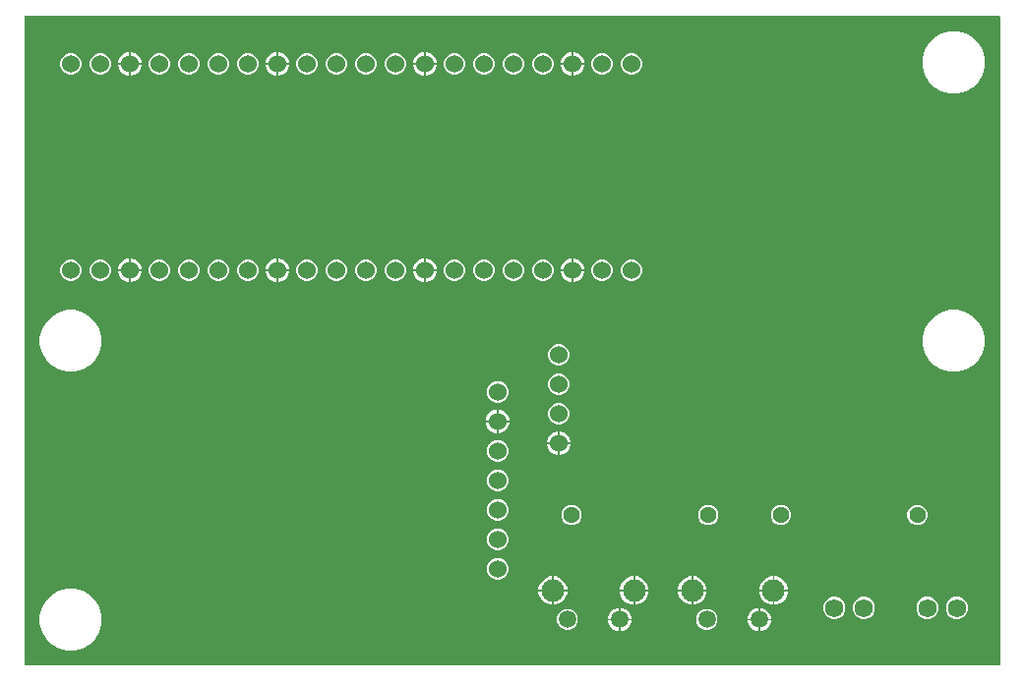
<source format=gbr>
G04 EAGLE Gerber RS-274X export*
G75*
%MOMM*%
%FSLAX34Y34*%
%LPD*%
%INBottom Copper*%
%IPPOS*%
%AMOC8*
5,1,8,0,0,1.08239X$1,22.5*%
G01*
G04 Define Apertures*
%ADD10C,1.508000*%
%ADD11C,1.950000*%
%ADD12C,1.530000*%
%ADD13C,1.430000*%
%ADD14C,1.581000*%
G36*
X849375Y10220D02*
X849625Y10392D01*
X849789Y10647D01*
X849840Y10922D01*
X849840Y569078D01*
X849780Y569375D01*
X849608Y569625D01*
X849353Y569789D01*
X849078Y569840D01*
X10922Y569840D01*
X10625Y569780D01*
X10375Y569608D01*
X10211Y569353D01*
X10160Y569078D01*
X10160Y10922D01*
X10220Y10625D01*
X10392Y10375D01*
X10647Y10211D01*
X10922Y10160D01*
X849078Y10160D01*
X849375Y10220D01*
G37*
%LPC*%
G36*
X806490Y503340D02*
X799710Y505157D01*
X793630Y508667D01*
X788667Y513630D01*
X785157Y519710D01*
X783340Y526490D01*
X783340Y533510D01*
X785157Y540290D01*
X788667Y546370D01*
X793630Y551333D01*
X799710Y554843D01*
X806490Y556660D01*
X813510Y556660D01*
X820290Y554843D01*
X826370Y551333D01*
X831333Y546370D01*
X834843Y540290D01*
X836660Y533510D01*
X836660Y526490D01*
X834843Y519710D01*
X831333Y513630D01*
X826370Y508667D01*
X820290Y505157D01*
X813510Y503340D01*
X806490Y503340D01*
G37*
G36*
X471610Y529662D02*
X471610Y530927D01*
X473161Y534672D01*
X476028Y537539D01*
X479773Y539090D01*
X481038Y539090D01*
X481038Y529662D01*
X471610Y529662D01*
G37*
G36*
X344610Y529662D02*
X344610Y530927D01*
X346161Y534672D01*
X349028Y537539D01*
X352773Y539090D01*
X354038Y539090D01*
X354038Y529662D01*
X344610Y529662D01*
G37*
G36*
X217610Y529662D02*
X217610Y530927D01*
X219161Y534672D01*
X222028Y537539D01*
X225773Y539090D01*
X227038Y539090D01*
X227038Y529662D01*
X217610Y529662D01*
G37*
G36*
X90610Y529662D02*
X90610Y530927D01*
X92161Y534672D01*
X95028Y537539D01*
X98773Y539090D01*
X100038Y539090D01*
X100038Y529662D01*
X90610Y529662D01*
G37*
G36*
X101562Y529662D02*
X101562Y539090D01*
X102827Y539090D01*
X106572Y537539D01*
X109439Y534672D01*
X110990Y530927D01*
X110990Y529662D01*
X101562Y529662D01*
G37*
G36*
X228562Y529662D02*
X228562Y539090D01*
X229827Y539090D01*
X233572Y537539D01*
X236439Y534672D01*
X237990Y530927D01*
X237990Y529662D01*
X228562Y529662D01*
G37*
G36*
X355562Y529662D02*
X355562Y539090D01*
X356827Y539090D01*
X360572Y537539D01*
X363439Y534672D01*
X364990Y530927D01*
X364990Y529662D01*
X355562Y529662D01*
G37*
G36*
X482562Y529662D02*
X482562Y539090D01*
X483827Y539090D01*
X487572Y537539D01*
X490439Y534672D01*
X491990Y530927D01*
X491990Y529662D01*
X482562Y529662D01*
G37*
G36*
X530775Y519726D02*
X527403Y521123D01*
X524823Y523703D01*
X523426Y527075D01*
X523426Y530725D01*
X524823Y534097D01*
X527403Y536677D01*
X530775Y538074D01*
X534425Y538074D01*
X537797Y536677D01*
X540377Y534097D01*
X541774Y530725D01*
X541774Y527075D01*
X540377Y523703D01*
X537797Y521123D01*
X534425Y519726D01*
X530775Y519726D01*
G37*
G36*
X505375Y519726D02*
X502003Y521123D01*
X499423Y523703D01*
X498026Y527075D01*
X498026Y530725D01*
X499423Y534097D01*
X502003Y536677D01*
X505375Y538074D01*
X509025Y538074D01*
X512397Y536677D01*
X514977Y534097D01*
X516374Y530725D01*
X516374Y527075D01*
X514977Y523703D01*
X512397Y521123D01*
X509025Y519726D01*
X505375Y519726D01*
G37*
G36*
X454575Y519726D02*
X451203Y521123D01*
X448623Y523703D01*
X447226Y527075D01*
X447226Y530725D01*
X448623Y534097D01*
X451203Y536677D01*
X454575Y538074D01*
X458225Y538074D01*
X461597Y536677D01*
X464177Y534097D01*
X465574Y530725D01*
X465574Y527075D01*
X464177Y523703D01*
X461597Y521123D01*
X458225Y519726D01*
X454575Y519726D01*
G37*
G36*
X429175Y519726D02*
X425803Y521123D01*
X423223Y523703D01*
X421826Y527075D01*
X421826Y530725D01*
X423223Y534097D01*
X425803Y536677D01*
X429175Y538074D01*
X432825Y538074D01*
X436197Y536677D01*
X438777Y534097D01*
X440174Y530725D01*
X440174Y527075D01*
X438777Y523703D01*
X436197Y521123D01*
X432825Y519726D01*
X429175Y519726D01*
G37*
G36*
X403775Y519726D02*
X400403Y521123D01*
X397823Y523703D01*
X396426Y527075D01*
X396426Y530725D01*
X397823Y534097D01*
X400403Y536677D01*
X403775Y538074D01*
X407425Y538074D01*
X410797Y536677D01*
X413377Y534097D01*
X414774Y530725D01*
X414774Y527075D01*
X413377Y523703D01*
X410797Y521123D01*
X407425Y519726D01*
X403775Y519726D01*
G37*
G36*
X378375Y519726D02*
X375003Y521123D01*
X372423Y523703D01*
X371026Y527075D01*
X371026Y530725D01*
X372423Y534097D01*
X375003Y536677D01*
X378375Y538074D01*
X382025Y538074D01*
X385397Y536677D01*
X387977Y534097D01*
X389374Y530725D01*
X389374Y527075D01*
X387977Y523703D01*
X385397Y521123D01*
X382025Y519726D01*
X378375Y519726D01*
G37*
G36*
X327575Y519726D02*
X324203Y521123D01*
X321623Y523703D01*
X320226Y527075D01*
X320226Y530725D01*
X321623Y534097D01*
X324203Y536677D01*
X327575Y538074D01*
X331225Y538074D01*
X334597Y536677D01*
X337177Y534097D01*
X338574Y530725D01*
X338574Y527075D01*
X337177Y523703D01*
X334597Y521123D01*
X331225Y519726D01*
X327575Y519726D01*
G37*
G36*
X302175Y519726D02*
X298803Y521123D01*
X296223Y523703D01*
X294826Y527075D01*
X294826Y530725D01*
X296223Y534097D01*
X298803Y536677D01*
X302175Y538074D01*
X305825Y538074D01*
X309197Y536677D01*
X311777Y534097D01*
X313174Y530725D01*
X313174Y527075D01*
X311777Y523703D01*
X309197Y521123D01*
X305825Y519726D01*
X302175Y519726D01*
G37*
G36*
X276775Y519726D02*
X273403Y521123D01*
X270823Y523703D01*
X269426Y527075D01*
X269426Y530725D01*
X270823Y534097D01*
X273403Y536677D01*
X276775Y538074D01*
X280425Y538074D01*
X283797Y536677D01*
X286377Y534097D01*
X287774Y530725D01*
X287774Y527075D01*
X286377Y523703D01*
X283797Y521123D01*
X280425Y519726D01*
X276775Y519726D01*
G37*
G36*
X251375Y519726D02*
X248003Y521123D01*
X245423Y523703D01*
X244026Y527075D01*
X244026Y530725D01*
X245423Y534097D01*
X248003Y536677D01*
X251375Y538074D01*
X255025Y538074D01*
X258397Y536677D01*
X260977Y534097D01*
X262374Y530725D01*
X262374Y527075D01*
X260977Y523703D01*
X258397Y521123D01*
X255025Y519726D01*
X251375Y519726D01*
G37*
G36*
X200575Y519726D02*
X197203Y521123D01*
X194623Y523703D01*
X193226Y527075D01*
X193226Y530725D01*
X194623Y534097D01*
X197203Y536677D01*
X200575Y538074D01*
X204225Y538074D01*
X207597Y536677D01*
X210177Y534097D01*
X211574Y530725D01*
X211574Y527075D01*
X210177Y523703D01*
X207597Y521123D01*
X204225Y519726D01*
X200575Y519726D01*
G37*
G36*
X175175Y519726D02*
X171803Y521123D01*
X169223Y523703D01*
X167826Y527075D01*
X167826Y530725D01*
X169223Y534097D01*
X171803Y536677D01*
X175175Y538074D01*
X178825Y538074D01*
X182197Y536677D01*
X184777Y534097D01*
X186174Y530725D01*
X186174Y527075D01*
X184777Y523703D01*
X182197Y521123D01*
X178825Y519726D01*
X175175Y519726D01*
G37*
G36*
X149775Y519726D02*
X146403Y521123D01*
X143823Y523703D01*
X142426Y527075D01*
X142426Y530725D01*
X143823Y534097D01*
X146403Y536677D01*
X149775Y538074D01*
X153425Y538074D01*
X156797Y536677D01*
X159377Y534097D01*
X160774Y530725D01*
X160774Y527075D01*
X159377Y523703D01*
X156797Y521123D01*
X153425Y519726D01*
X149775Y519726D01*
G37*
G36*
X124375Y519726D02*
X121003Y521123D01*
X118423Y523703D01*
X117026Y527075D01*
X117026Y530725D01*
X118423Y534097D01*
X121003Y536677D01*
X124375Y538074D01*
X128025Y538074D01*
X131397Y536677D01*
X133977Y534097D01*
X135374Y530725D01*
X135374Y527075D01*
X133977Y523703D01*
X131397Y521123D01*
X128025Y519726D01*
X124375Y519726D01*
G37*
G36*
X73575Y519726D02*
X70203Y521123D01*
X67623Y523703D01*
X66226Y527075D01*
X66226Y530725D01*
X67623Y534097D01*
X70203Y536677D01*
X73575Y538074D01*
X77225Y538074D01*
X80597Y536677D01*
X83177Y534097D01*
X84574Y530725D01*
X84574Y527075D01*
X83177Y523703D01*
X80597Y521123D01*
X77225Y519726D01*
X73575Y519726D01*
G37*
G36*
X48175Y519726D02*
X44803Y521123D01*
X42223Y523703D01*
X40826Y527075D01*
X40826Y530725D01*
X42223Y534097D01*
X44803Y536677D01*
X48175Y538074D01*
X51825Y538074D01*
X55197Y536677D01*
X57777Y534097D01*
X59174Y530725D01*
X59174Y527075D01*
X57777Y523703D01*
X55197Y521123D01*
X51825Y519726D01*
X48175Y519726D01*
G37*
G36*
X482562Y518710D02*
X482562Y528138D01*
X491990Y528138D01*
X491990Y526873D01*
X490439Y523128D01*
X487572Y520261D01*
X483827Y518710D01*
X482562Y518710D01*
G37*
G36*
X479773Y518710D02*
X476028Y520261D01*
X473161Y523128D01*
X471610Y526873D01*
X471610Y528138D01*
X481038Y528138D01*
X481038Y518710D01*
X479773Y518710D01*
G37*
G36*
X355562Y518710D02*
X355562Y528138D01*
X364990Y528138D01*
X364990Y526873D01*
X363439Y523128D01*
X360572Y520261D01*
X356827Y518710D01*
X355562Y518710D01*
G37*
G36*
X352773Y518710D02*
X349028Y520261D01*
X346161Y523128D01*
X344610Y526873D01*
X344610Y528138D01*
X354038Y528138D01*
X354038Y518710D01*
X352773Y518710D01*
G37*
G36*
X228562Y518710D02*
X228562Y528138D01*
X237990Y528138D01*
X237990Y526873D01*
X236439Y523128D01*
X233572Y520261D01*
X229827Y518710D01*
X228562Y518710D01*
G37*
G36*
X225773Y518710D02*
X222028Y520261D01*
X219161Y523128D01*
X217610Y526873D01*
X217610Y528138D01*
X227038Y528138D01*
X227038Y518710D01*
X225773Y518710D01*
G37*
G36*
X101562Y518710D02*
X101562Y528138D01*
X110990Y528138D01*
X110990Y526873D01*
X109439Y523128D01*
X106572Y520261D01*
X102827Y518710D01*
X101562Y518710D01*
G37*
G36*
X98773Y518710D02*
X95028Y520261D01*
X92161Y523128D01*
X90610Y526873D01*
X90610Y528138D01*
X100038Y528138D01*
X100038Y518710D01*
X98773Y518710D01*
G37*
G36*
X90610Y351862D02*
X90610Y353127D01*
X92161Y356872D01*
X95028Y359739D01*
X98773Y361290D01*
X100038Y361290D01*
X100038Y351862D01*
X90610Y351862D01*
G37*
G36*
X217610Y351862D02*
X217610Y353127D01*
X219161Y356872D01*
X222028Y359739D01*
X225773Y361290D01*
X227038Y361290D01*
X227038Y351862D01*
X217610Y351862D01*
G37*
G36*
X344610Y351862D02*
X344610Y353127D01*
X346161Y356872D01*
X349028Y359739D01*
X352773Y361290D01*
X354038Y361290D01*
X354038Y351862D01*
X344610Y351862D01*
G37*
G36*
X471610Y351862D02*
X471610Y353127D01*
X473161Y356872D01*
X476028Y359739D01*
X479773Y361290D01*
X481038Y361290D01*
X481038Y351862D01*
X471610Y351862D01*
G37*
G36*
X482562Y351862D02*
X482562Y361290D01*
X483827Y361290D01*
X487572Y359739D01*
X490439Y356872D01*
X491990Y353127D01*
X491990Y351862D01*
X482562Y351862D01*
G37*
G36*
X355562Y351862D02*
X355562Y361290D01*
X356827Y361290D01*
X360572Y359739D01*
X363439Y356872D01*
X364990Y353127D01*
X364990Y351862D01*
X355562Y351862D01*
G37*
G36*
X228562Y351862D02*
X228562Y361290D01*
X229827Y361290D01*
X233572Y359739D01*
X236439Y356872D01*
X237990Y353127D01*
X237990Y351862D01*
X228562Y351862D01*
G37*
G36*
X101562Y351862D02*
X101562Y361290D01*
X102827Y361290D01*
X106572Y359739D01*
X109439Y356872D01*
X110990Y353127D01*
X110990Y351862D01*
X101562Y351862D01*
G37*
G36*
X403775Y341926D02*
X400403Y343323D01*
X397823Y345903D01*
X396426Y349275D01*
X396426Y352925D01*
X397823Y356297D01*
X400403Y358877D01*
X403775Y360274D01*
X407425Y360274D01*
X410797Y358877D01*
X413377Y356297D01*
X414774Y352925D01*
X414774Y349275D01*
X413377Y345903D01*
X410797Y343323D01*
X407425Y341926D01*
X403775Y341926D01*
G37*
G36*
X378375Y341926D02*
X375003Y343323D01*
X372423Y345903D01*
X371026Y349275D01*
X371026Y352925D01*
X372423Y356297D01*
X375003Y358877D01*
X378375Y360274D01*
X382025Y360274D01*
X385397Y358877D01*
X387977Y356297D01*
X389374Y352925D01*
X389374Y349275D01*
X387977Y345903D01*
X385397Y343323D01*
X382025Y341926D01*
X378375Y341926D01*
G37*
G36*
X327575Y341926D02*
X324203Y343323D01*
X321623Y345903D01*
X320226Y349275D01*
X320226Y352925D01*
X321623Y356297D01*
X324203Y358877D01*
X327575Y360274D01*
X331225Y360274D01*
X334597Y358877D01*
X337177Y356297D01*
X338574Y352925D01*
X338574Y349275D01*
X337177Y345903D01*
X334597Y343323D01*
X331225Y341926D01*
X327575Y341926D01*
G37*
G36*
X302175Y341926D02*
X298803Y343323D01*
X296223Y345903D01*
X294826Y349275D01*
X294826Y352925D01*
X296223Y356297D01*
X298803Y358877D01*
X302175Y360274D01*
X305825Y360274D01*
X309197Y358877D01*
X311777Y356297D01*
X313174Y352925D01*
X313174Y349275D01*
X311777Y345903D01*
X309197Y343323D01*
X305825Y341926D01*
X302175Y341926D01*
G37*
G36*
X276775Y341926D02*
X273403Y343323D01*
X270823Y345903D01*
X269426Y349275D01*
X269426Y352925D01*
X270823Y356297D01*
X273403Y358877D01*
X276775Y360274D01*
X280425Y360274D01*
X283797Y358877D01*
X286377Y356297D01*
X287774Y352925D01*
X287774Y349275D01*
X286377Y345903D01*
X283797Y343323D01*
X280425Y341926D01*
X276775Y341926D01*
G37*
G36*
X251375Y341926D02*
X248003Y343323D01*
X245423Y345903D01*
X244026Y349275D01*
X244026Y352925D01*
X245423Y356297D01*
X248003Y358877D01*
X251375Y360274D01*
X255025Y360274D01*
X258397Y358877D01*
X260977Y356297D01*
X262374Y352925D01*
X262374Y349275D01*
X260977Y345903D01*
X258397Y343323D01*
X255025Y341926D01*
X251375Y341926D01*
G37*
G36*
X200575Y341926D02*
X197203Y343323D01*
X194623Y345903D01*
X193226Y349275D01*
X193226Y352925D01*
X194623Y356297D01*
X197203Y358877D01*
X200575Y360274D01*
X204225Y360274D01*
X207597Y358877D01*
X210177Y356297D01*
X211574Y352925D01*
X211574Y349275D01*
X210177Y345903D01*
X207597Y343323D01*
X204225Y341926D01*
X200575Y341926D01*
G37*
G36*
X175175Y341926D02*
X171803Y343323D01*
X169223Y345903D01*
X167826Y349275D01*
X167826Y352925D01*
X169223Y356297D01*
X171803Y358877D01*
X175175Y360274D01*
X178825Y360274D01*
X182197Y358877D01*
X184777Y356297D01*
X186174Y352925D01*
X186174Y349275D01*
X184777Y345903D01*
X182197Y343323D01*
X178825Y341926D01*
X175175Y341926D01*
G37*
G36*
X149775Y341926D02*
X146403Y343323D01*
X143823Y345903D01*
X142426Y349275D01*
X142426Y352925D01*
X143823Y356297D01*
X146403Y358877D01*
X149775Y360274D01*
X153425Y360274D01*
X156797Y358877D01*
X159377Y356297D01*
X160774Y352925D01*
X160774Y349275D01*
X159377Y345903D01*
X156797Y343323D01*
X153425Y341926D01*
X149775Y341926D01*
G37*
G36*
X73575Y341926D02*
X70203Y343323D01*
X67623Y345903D01*
X66226Y349275D01*
X66226Y352925D01*
X67623Y356297D01*
X70203Y358877D01*
X73575Y360274D01*
X77225Y360274D01*
X80597Y358877D01*
X83177Y356297D01*
X84574Y352925D01*
X84574Y349275D01*
X83177Y345903D01*
X80597Y343323D01*
X77225Y341926D01*
X73575Y341926D01*
G37*
G36*
X48175Y341926D02*
X44803Y343323D01*
X42223Y345903D01*
X40826Y349275D01*
X40826Y352925D01*
X42223Y356297D01*
X44803Y358877D01*
X48175Y360274D01*
X51825Y360274D01*
X55197Y358877D01*
X57777Y356297D01*
X59174Y352925D01*
X59174Y349275D01*
X57777Y345903D01*
X55197Y343323D01*
X51825Y341926D01*
X48175Y341926D01*
G37*
G36*
X505375Y341926D02*
X502003Y343323D01*
X499423Y345903D01*
X498026Y349275D01*
X498026Y352925D01*
X499423Y356297D01*
X502003Y358877D01*
X505375Y360274D01*
X509025Y360274D01*
X512397Y358877D01*
X514977Y356297D01*
X516374Y352925D01*
X516374Y349275D01*
X514977Y345903D01*
X512397Y343323D01*
X509025Y341926D01*
X505375Y341926D01*
G37*
G36*
X530775Y341926D02*
X527403Y343323D01*
X524823Y345903D01*
X523426Y349275D01*
X523426Y352925D01*
X524823Y356297D01*
X527403Y358877D01*
X530775Y360274D01*
X534425Y360274D01*
X537797Y358877D01*
X540377Y356297D01*
X541774Y352925D01*
X541774Y349275D01*
X540377Y345903D01*
X537797Y343323D01*
X534425Y341926D01*
X530775Y341926D01*
G37*
G36*
X454575Y341926D02*
X451203Y343323D01*
X448623Y345903D01*
X447226Y349275D01*
X447226Y352925D01*
X448623Y356297D01*
X451203Y358877D01*
X454575Y360274D01*
X458225Y360274D01*
X461597Y358877D01*
X464177Y356297D01*
X465574Y352925D01*
X465574Y349275D01*
X464177Y345903D01*
X461597Y343323D01*
X458225Y341926D01*
X454575Y341926D01*
G37*
G36*
X429175Y341926D02*
X425803Y343323D01*
X423223Y345903D01*
X421826Y349275D01*
X421826Y352925D01*
X423223Y356297D01*
X425803Y358877D01*
X429175Y360274D01*
X432825Y360274D01*
X436197Y358877D01*
X438777Y356297D01*
X440174Y352925D01*
X440174Y349275D01*
X438777Y345903D01*
X436197Y343323D01*
X432825Y341926D01*
X429175Y341926D01*
G37*
G36*
X124375Y341926D02*
X121003Y343323D01*
X118423Y345903D01*
X117026Y349275D01*
X117026Y352925D01*
X118423Y356297D01*
X121003Y358877D01*
X124375Y360274D01*
X128025Y360274D01*
X131397Y358877D01*
X133977Y356297D01*
X135374Y352925D01*
X135374Y349275D01*
X133977Y345903D01*
X131397Y343323D01*
X128025Y341926D01*
X124375Y341926D01*
G37*
G36*
X482562Y340910D02*
X482562Y350338D01*
X491990Y350338D01*
X491990Y349073D01*
X490439Y345328D01*
X487572Y342461D01*
X483827Y340910D01*
X482562Y340910D01*
G37*
G36*
X479773Y340910D02*
X476028Y342461D01*
X473161Y345328D01*
X471610Y349073D01*
X471610Y350338D01*
X481038Y350338D01*
X481038Y340910D01*
X479773Y340910D01*
G37*
G36*
X355562Y340910D02*
X355562Y350338D01*
X364990Y350338D01*
X364990Y349073D01*
X363439Y345328D01*
X360572Y342461D01*
X356827Y340910D01*
X355562Y340910D01*
G37*
G36*
X352773Y340910D02*
X349028Y342461D01*
X346161Y345328D01*
X344610Y349073D01*
X344610Y350338D01*
X354038Y350338D01*
X354038Y340910D01*
X352773Y340910D01*
G37*
G36*
X228562Y340910D02*
X228562Y350338D01*
X237990Y350338D01*
X237990Y349073D01*
X236439Y345328D01*
X233572Y342461D01*
X229827Y340910D01*
X228562Y340910D01*
G37*
G36*
X225773Y340910D02*
X222028Y342461D01*
X219161Y345328D01*
X217610Y349073D01*
X217610Y350338D01*
X227038Y350338D01*
X227038Y340910D01*
X225773Y340910D01*
G37*
G36*
X101562Y340910D02*
X101562Y350338D01*
X110990Y350338D01*
X110990Y349073D01*
X109439Y345328D01*
X106572Y342461D01*
X102827Y340910D01*
X101562Y340910D01*
G37*
G36*
X98773Y340910D02*
X95028Y342461D01*
X92161Y345328D01*
X90610Y349073D01*
X90610Y350338D01*
X100038Y350338D01*
X100038Y340910D01*
X98773Y340910D01*
G37*
G36*
X806490Y263340D02*
X799710Y265157D01*
X793630Y268667D01*
X788667Y273630D01*
X785157Y279710D01*
X783340Y286490D01*
X783340Y293510D01*
X785157Y300290D01*
X788667Y306370D01*
X793630Y311333D01*
X799710Y314843D01*
X806490Y316660D01*
X813510Y316660D01*
X820290Y314843D01*
X826370Y311333D01*
X831333Y306370D01*
X834843Y300290D01*
X836660Y293510D01*
X836660Y286490D01*
X834843Y279710D01*
X831333Y273630D01*
X826370Y268667D01*
X820290Y265157D01*
X813510Y263340D01*
X806490Y263340D01*
G37*
G36*
X46490Y263340D02*
X39710Y265157D01*
X33630Y268667D01*
X28667Y273630D01*
X25157Y279710D01*
X23340Y286490D01*
X23340Y293510D01*
X25157Y300290D01*
X28667Y306370D01*
X33630Y311333D01*
X39710Y314843D01*
X46490Y316660D01*
X53510Y316660D01*
X60290Y314843D01*
X66370Y311333D01*
X71333Y306370D01*
X74843Y300290D01*
X76660Y293510D01*
X76660Y286490D01*
X74843Y279710D01*
X71333Y273630D01*
X66370Y268667D01*
X60290Y265157D01*
X53510Y263340D01*
X46490Y263340D01*
G37*
G36*
X468175Y268926D02*
X464803Y270323D01*
X462223Y272903D01*
X460826Y276275D01*
X460826Y279925D01*
X462223Y283297D01*
X464803Y285877D01*
X468175Y287274D01*
X471825Y287274D01*
X475197Y285877D01*
X477777Y283297D01*
X479174Y279925D01*
X479174Y276275D01*
X477777Y272903D01*
X475197Y270323D01*
X471825Y268926D01*
X468175Y268926D01*
G37*
G36*
X468175Y243526D02*
X464803Y244923D01*
X462223Y247503D01*
X460826Y250875D01*
X460826Y254525D01*
X462223Y257897D01*
X464803Y260477D01*
X468175Y261874D01*
X471825Y261874D01*
X475197Y260477D01*
X477777Y257897D01*
X479174Y254525D01*
X479174Y250875D01*
X477777Y247503D01*
X475197Y244923D01*
X471825Y243526D01*
X468175Y243526D01*
G37*
G36*
X415475Y237026D02*
X412103Y238423D01*
X409523Y241003D01*
X408126Y244375D01*
X408126Y248025D01*
X409523Y251397D01*
X412103Y253977D01*
X415475Y255374D01*
X419125Y255374D01*
X422497Y253977D01*
X425077Y251397D01*
X426474Y248025D01*
X426474Y244375D01*
X425077Y241003D01*
X422497Y238423D01*
X419125Y237026D01*
X415475Y237026D01*
G37*
G36*
X468175Y218126D02*
X464803Y219523D01*
X462223Y222103D01*
X460826Y225475D01*
X460826Y229125D01*
X462223Y232497D01*
X464803Y235077D01*
X468175Y236474D01*
X471825Y236474D01*
X475197Y235077D01*
X477777Y232497D01*
X479174Y229125D01*
X479174Y225475D01*
X477777Y222103D01*
X475197Y219523D01*
X471825Y218126D01*
X468175Y218126D01*
G37*
G36*
X407110Y221562D02*
X407110Y222827D01*
X408661Y226572D01*
X411528Y229439D01*
X415273Y230990D01*
X416538Y230990D01*
X416538Y221562D01*
X407110Y221562D01*
G37*
G36*
X418062Y221562D02*
X418062Y230990D01*
X419327Y230990D01*
X423072Y229439D01*
X425939Y226572D01*
X427490Y222827D01*
X427490Y221562D01*
X418062Y221562D01*
G37*
G36*
X418062Y210610D02*
X418062Y220038D01*
X427490Y220038D01*
X427490Y218773D01*
X425939Y215028D01*
X423072Y212161D01*
X419327Y210610D01*
X418062Y210610D01*
G37*
G36*
X415273Y210610D02*
X411528Y212161D01*
X408661Y215028D01*
X407110Y218773D01*
X407110Y220038D01*
X416538Y220038D01*
X416538Y210610D01*
X415273Y210610D01*
G37*
G36*
X459810Y202662D02*
X459810Y203927D01*
X461361Y207672D01*
X464228Y210539D01*
X467973Y212090D01*
X469238Y212090D01*
X469238Y202662D01*
X459810Y202662D01*
G37*
G36*
X470762Y202662D02*
X470762Y212090D01*
X472027Y212090D01*
X475772Y210539D01*
X478639Y207672D01*
X480190Y203927D01*
X480190Y202662D01*
X470762Y202662D01*
G37*
G36*
X415475Y186226D02*
X412103Y187623D01*
X409523Y190203D01*
X408126Y193575D01*
X408126Y197225D01*
X409523Y200597D01*
X412103Y203177D01*
X415475Y204574D01*
X419125Y204574D01*
X422497Y203177D01*
X425077Y200597D01*
X426474Y197225D01*
X426474Y193575D01*
X425077Y190203D01*
X422497Y187623D01*
X419125Y186226D01*
X415475Y186226D01*
G37*
G36*
X470762Y191710D02*
X470762Y201138D01*
X480190Y201138D01*
X480190Y199873D01*
X478639Y196128D01*
X475772Y193261D01*
X472027Y191710D01*
X470762Y191710D01*
G37*
G36*
X467973Y191710D02*
X464228Y193261D01*
X461361Y196128D01*
X459810Y199873D01*
X459810Y201138D01*
X469238Y201138D01*
X469238Y191710D01*
X467973Y191710D01*
G37*
G36*
X415475Y160826D02*
X412103Y162223D01*
X409523Y164803D01*
X408126Y168175D01*
X408126Y171825D01*
X409523Y175197D01*
X412103Y177777D01*
X415475Y179174D01*
X419125Y179174D01*
X422497Y177777D01*
X425077Y175197D01*
X426474Y171825D01*
X426474Y168175D01*
X425077Y164803D01*
X422497Y162223D01*
X419125Y160826D01*
X415475Y160826D01*
G37*
G36*
X415475Y135426D02*
X412103Y136823D01*
X409523Y139403D01*
X408126Y142775D01*
X408126Y146425D01*
X409523Y149797D01*
X412103Y152377D01*
X415475Y153774D01*
X419125Y153774D01*
X422497Y152377D01*
X425077Y149797D01*
X426474Y146425D01*
X426474Y142775D01*
X425077Y139403D01*
X422497Y136823D01*
X419125Y135426D01*
X415475Y135426D01*
G37*
G36*
X777075Y131326D02*
X773887Y132647D01*
X771447Y135087D01*
X770126Y138275D01*
X770126Y141725D01*
X771447Y144913D01*
X773887Y147353D01*
X777075Y148674D01*
X780525Y148674D01*
X783713Y147353D01*
X786153Y144913D01*
X787474Y141725D01*
X787474Y138275D01*
X786153Y135087D01*
X783713Y132647D01*
X780525Y131326D01*
X777075Y131326D01*
G37*
G36*
X659475Y131326D02*
X656287Y132647D01*
X653847Y135087D01*
X652526Y138275D01*
X652526Y141725D01*
X653847Y144913D01*
X656287Y147353D01*
X659475Y148674D01*
X662925Y148674D01*
X666113Y147353D01*
X668553Y144913D01*
X669874Y141725D01*
X669874Y138275D01*
X668553Y135087D01*
X666113Y132647D01*
X662925Y131326D01*
X659475Y131326D01*
G37*
G36*
X597075Y131326D02*
X593887Y132647D01*
X591447Y135087D01*
X590126Y138275D01*
X590126Y141725D01*
X591447Y144913D01*
X593887Y147353D01*
X597075Y148674D01*
X600525Y148674D01*
X603713Y147353D01*
X606153Y144913D01*
X607474Y141725D01*
X607474Y138275D01*
X606153Y135087D01*
X603713Y132647D01*
X600525Y131326D01*
X597075Y131326D01*
G37*
G36*
X479475Y131326D02*
X476287Y132647D01*
X473847Y135087D01*
X472526Y138275D01*
X472526Y141725D01*
X473847Y144913D01*
X476287Y147353D01*
X479475Y148674D01*
X482925Y148674D01*
X486113Y147353D01*
X488553Y144913D01*
X489874Y141725D01*
X489874Y138275D01*
X488553Y135087D01*
X486113Y132647D01*
X482925Y131326D01*
X479475Y131326D01*
G37*
G36*
X415475Y110026D02*
X412103Y111423D01*
X409523Y114003D01*
X408126Y117375D01*
X408126Y121025D01*
X409523Y124397D01*
X412103Y126977D01*
X415475Y128374D01*
X419125Y128374D01*
X422497Y126977D01*
X425077Y124397D01*
X426474Y121025D01*
X426474Y117375D01*
X425077Y114003D01*
X422497Y111423D01*
X419125Y110026D01*
X415475Y110026D01*
G37*
G36*
X415475Y84626D02*
X412103Y86023D01*
X409523Y88603D01*
X408126Y91975D01*
X408126Y95625D01*
X409523Y98997D01*
X412103Y101577D01*
X415475Y102974D01*
X419125Y102974D01*
X422497Y101577D01*
X425077Y98997D01*
X426474Y95625D01*
X426474Y91975D01*
X425077Y88603D01*
X422497Y86023D01*
X419125Y84626D01*
X415475Y84626D01*
G37*
G36*
X642710Y75762D02*
X642710Y77445D01*
X644581Y81962D01*
X648038Y85419D01*
X652555Y87290D01*
X654238Y87290D01*
X654238Y75762D01*
X642710Y75762D01*
G37*
G36*
X572710Y75762D02*
X572710Y77445D01*
X574581Y81962D01*
X578038Y85419D01*
X582555Y87290D01*
X584238Y87290D01*
X584238Y75762D01*
X572710Y75762D01*
G37*
G36*
X522710Y75762D02*
X522710Y77445D01*
X524581Y81962D01*
X528038Y85419D01*
X532555Y87290D01*
X534238Y87290D01*
X534238Y75762D01*
X522710Y75762D01*
G37*
G36*
X452710Y75762D02*
X452710Y77445D01*
X454581Y81962D01*
X458038Y85419D01*
X462555Y87290D01*
X464238Y87290D01*
X464238Y75762D01*
X452710Y75762D01*
G37*
G36*
X465762Y75762D02*
X465762Y87290D01*
X467445Y87290D01*
X471962Y85419D01*
X475419Y81962D01*
X477290Y77445D01*
X477290Y75762D01*
X465762Y75762D01*
G37*
G36*
X535762Y75762D02*
X535762Y87290D01*
X537445Y87290D01*
X541962Y85419D01*
X545419Y81962D01*
X547290Y77445D01*
X547290Y75762D01*
X535762Y75762D01*
G37*
G36*
X585762Y75762D02*
X585762Y87290D01*
X587445Y87290D01*
X591962Y85419D01*
X595419Y81962D01*
X597290Y77445D01*
X597290Y75762D01*
X585762Y75762D01*
G37*
G36*
X655762Y75762D02*
X655762Y87290D01*
X657445Y87290D01*
X661962Y85419D01*
X665419Y81962D01*
X667290Y77445D01*
X667290Y75762D01*
X655762Y75762D01*
G37*
G36*
X46490Y23340D02*
X39710Y25157D01*
X33630Y28667D01*
X28667Y33630D01*
X25157Y39710D01*
X23340Y46490D01*
X23340Y53510D01*
X25157Y60290D01*
X28667Y66370D01*
X33630Y71333D01*
X39710Y74843D01*
X46490Y76660D01*
X53510Y76660D01*
X60290Y74843D01*
X66370Y71333D01*
X71333Y66370D01*
X74843Y60290D01*
X76660Y53510D01*
X76660Y46490D01*
X74843Y39710D01*
X71333Y33630D01*
X66370Y28667D01*
X60290Y25157D01*
X53510Y23340D01*
X46490Y23340D01*
G37*
G36*
X655762Y62710D02*
X655762Y74238D01*
X667290Y74238D01*
X667290Y72555D01*
X665419Y68038D01*
X661962Y64581D01*
X657445Y62710D01*
X655762Y62710D01*
G37*
G36*
X652555Y62710D02*
X648038Y64581D01*
X644581Y68038D01*
X642710Y72555D01*
X642710Y74238D01*
X654238Y74238D01*
X654238Y62710D01*
X652555Y62710D01*
G37*
G36*
X585762Y62710D02*
X585762Y74238D01*
X597290Y74238D01*
X597290Y72555D01*
X595419Y68038D01*
X591962Y64581D01*
X587445Y62710D01*
X585762Y62710D01*
G37*
G36*
X582555Y62710D02*
X578038Y64581D01*
X574581Y68038D01*
X572710Y72555D01*
X572710Y74238D01*
X584238Y74238D01*
X584238Y62710D01*
X582555Y62710D01*
G37*
G36*
X535762Y62710D02*
X535762Y74238D01*
X547290Y74238D01*
X547290Y72555D01*
X545419Y68038D01*
X541962Y64581D01*
X537445Y62710D01*
X535762Y62710D01*
G37*
G36*
X532555Y62710D02*
X528038Y64581D01*
X524581Y68038D01*
X522710Y72555D01*
X522710Y74238D01*
X534238Y74238D01*
X534238Y62710D01*
X532555Y62710D01*
G37*
G36*
X465762Y62710D02*
X465762Y74238D01*
X477290Y74238D01*
X477290Y72555D01*
X475419Y68038D01*
X471962Y64581D01*
X467445Y62710D01*
X465762Y62710D01*
G37*
G36*
X462555Y62710D02*
X458038Y64581D01*
X454581Y68038D01*
X452710Y72555D01*
X452710Y74238D01*
X464238Y74238D01*
X464238Y62710D01*
X462555Y62710D01*
G37*
G36*
X785424Y50571D02*
X781959Y52007D01*
X779307Y54659D01*
X777871Y58124D01*
X777871Y61876D01*
X779307Y65341D01*
X781959Y67994D01*
X785424Y69429D01*
X789176Y69429D01*
X792641Y67994D01*
X795294Y65341D01*
X796729Y61876D01*
X796729Y58124D01*
X795294Y54659D01*
X792641Y52007D01*
X789176Y50571D01*
X785424Y50571D01*
G37*
G36*
X810824Y50571D02*
X807359Y52007D01*
X804707Y54659D01*
X803271Y58124D01*
X803271Y61876D01*
X804707Y65341D01*
X807359Y67994D01*
X810824Y69429D01*
X814576Y69429D01*
X818041Y67994D01*
X820694Y65341D01*
X822129Y61876D01*
X822129Y58124D01*
X820694Y54659D01*
X818041Y52007D01*
X814576Y50571D01*
X810824Y50571D01*
G37*
G36*
X730824Y50571D02*
X727359Y52007D01*
X724707Y54659D01*
X723271Y58124D01*
X723271Y61876D01*
X724707Y65341D01*
X727359Y67994D01*
X730824Y69429D01*
X734576Y69429D01*
X738041Y67994D01*
X740694Y65341D01*
X742129Y61876D01*
X742129Y58124D01*
X740694Y54659D01*
X738041Y52007D01*
X734576Y50571D01*
X730824Y50571D01*
G37*
G36*
X705424Y50571D02*
X701959Y52007D01*
X699307Y54659D01*
X697871Y58124D01*
X697871Y61876D01*
X699307Y65341D01*
X701959Y67994D01*
X705424Y69429D01*
X709176Y69429D01*
X712641Y67994D01*
X715294Y65341D01*
X716729Y61876D01*
X716729Y58124D01*
X715294Y54659D01*
X712641Y52007D01*
X709176Y50571D01*
X705424Y50571D01*
G37*
G36*
X512420Y50762D02*
X512420Y52005D01*
X513955Y55710D01*
X516790Y58545D01*
X520495Y60080D01*
X521738Y60080D01*
X521738Y50762D01*
X512420Y50762D01*
G37*
G36*
X632420Y50762D02*
X632420Y52005D01*
X633955Y55710D01*
X636790Y58545D01*
X640495Y60080D01*
X641738Y60080D01*
X641738Y50762D01*
X632420Y50762D01*
G37*
G36*
X643262Y50762D02*
X643262Y60080D01*
X644505Y60080D01*
X648210Y58545D01*
X651045Y55710D01*
X652580Y52005D01*
X652580Y50762D01*
X643262Y50762D01*
G37*
G36*
X523262Y50762D02*
X523262Y60080D01*
X524505Y60080D01*
X528210Y58545D01*
X531045Y55710D01*
X532580Y52005D01*
X532580Y50762D01*
X523262Y50762D01*
G37*
G36*
X475697Y40936D02*
X472366Y42316D01*
X469816Y44866D01*
X468436Y48197D01*
X468436Y51803D01*
X469816Y55134D01*
X472366Y57684D01*
X475697Y59064D01*
X479303Y59064D01*
X482634Y57684D01*
X485184Y55134D01*
X486564Y51803D01*
X486564Y48197D01*
X485184Y44866D01*
X482634Y42316D01*
X479303Y40936D01*
X475697Y40936D01*
G37*
G36*
X595697Y40936D02*
X592366Y42316D01*
X589816Y44866D01*
X588436Y48197D01*
X588436Y51803D01*
X589816Y55134D01*
X592366Y57684D01*
X595697Y59064D01*
X599303Y59064D01*
X602634Y57684D01*
X605184Y55134D01*
X606564Y51803D01*
X606564Y48197D01*
X605184Y44866D01*
X602634Y42316D01*
X599303Y40936D01*
X595697Y40936D01*
G37*
G36*
X643262Y39920D02*
X643262Y49238D01*
X652580Y49238D01*
X652580Y47995D01*
X651045Y44290D01*
X648210Y41455D01*
X644505Y39920D01*
X643262Y39920D01*
G37*
G36*
X640495Y39920D02*
X636790Y41455D01*
X633955Y44290D01*
X632420Y47995D01*
X632420Y49238D01*
X641738Y49238D01*
X641738Y39920D01*
X640495Y39920D01*
G37*
G36*
X523262Y39920D02*
X523262Y49238D01*
X532580Y49238D01*
X532580Y47995D01*
X531045Y44290D01*
X528210Y41455D01*
X524505Y39920D01*
X523262Y39920D01*
G37*
G36*
X520495Y39920D02*
X516790Y41455D01*
X513955Y44290D01*
X512420Y47995D01*
X512420Y49238D01*
X521738Y49238D01*
X521738Y39920D01*
X520495Y39920D01*
G37*
%LPD*%
D10*
X522500Y50000D03*
X477500Y50000D03*
D11*
X535000Y75000D03*
X465000Y75000D03*
D10*
X642500Y50000D03*
X597500Y50000D03*
D11*
X655000Y75000D03*
X585000Y75000D03*
D12*
X50000Y351100D03*
X75400Y351100D03*
X100800Y351100D03*
X126200Y351100D03*
X151600Y351100D03*
X177000Y351100D03*
X202400Y351100D03*
X227800Y351100D03*
X253200Y351100D03*
X278600Y351100D03*
X304000Y351100D03*
X329400Y351100D03*
X354800Y351100D03*
X380200Y351100D03*
X405600Y351100D03*
X431000Y351100D03*
X456400Y351100D03*
X481800Y351100D03*
X507200Y351100D03*
X532600Y351100D03*
X532600Y528900D03*
X507200Y528900D03*
X481800Y528900D03*
X456400Y528900D03*
X431000Y528900D03*
X405600Y528900D03*
X380200Y528900D03*
X354800Y528900D03*
X329400Y528900D03*
X304000Y528900D03*
X278600Y528900D03*
X253200Y528900D03*
X227800Y528900D03*
X202400Y528900D03*
X177000Y528900D03*
X151600Y528900D03*
X126200Y528900D03*
X100800Y528900D03*
X75400Y528900D03*
X50000Y528900D03*
X417300Y93800D03*
X417300Y119200D03*
X417300Y144600D03*
X417300Y170000D03*
X417300Y195400D03*
X417300Y220800D03*
X417300Y246200D03*
X470000Y201900D03*
X470000Y227300D03*
X470000Y252700D03*
X470000Y278100D03*
D13*
X481200Y140000D03*
X598800Y140000D03*
X661200Y140000D03*
X778800Y140000D03*
D14*
X732700Y60000D03*
X707300Y60000D03*
X812700Y60000D03*
X787300Y60000D03*
M02*

</source>
